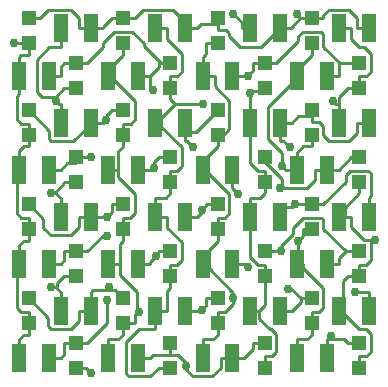
<source format=gtl>
G04 (created by PCBNEW (2013-mar-13)-testing) date Tue 16 Sep 2014 11:53:17 AM PDT*
%MOIN*%
G04 Gerber Fmt 3.4, Leading zero omitted, Abs format*
%FSLAX34Y34*%
G01*
G70*
G90*
G04 APERTURE LIST*
%ADD10C,0.005906*%
%ADD11R,0.047200X0.047200*%
%ADD12R,0.050197X0.094488*%
%ADD13C,0.030000*%
%ADD14C,0.009000*%
G04 APERTURE END LIST*
G54D10*
G54D11*
X31810Y-32102D03*
X31810Y-31276D03*
X28660Y-32102D03*
X28660Y-31276D03*
X25512Y-32102D03*
X25512Y-31276D03*
X22362Y-32102D03*
X22362Y-31276D03*
X30235Y-30612D03*
X30235Y-29786D03*
X27087Y-30612D03*
X27087Y-29786D03*
X23937Y-30612D03*
X23937Y-29786D03*
X20787Y-30612D03*
X20787Y-29786D03*
X31810Y-29043D03*
X31810Y-28217D03*
X28660Y-29043D03*
X28660Y-28217D03*
X25512Y-29043D03*
X25512Y-28217D03*
X22362Y-29043D03*
X22362Y-28217D03*
X30235Y-27475D03*
X30235Y-26649D03*
X27087Y-27475D03*
X27087Y-26649D03*
X23937Y-27475D03*
X23937Y-26649D03*
X20787Y-27475D03*
X20787Y-26649D03*
X31810Y-25905D03*
X31810Y-25079D03*
X28660Y-25905D03*
X28660Y-25079D03*
X25512Y-25905D03*
X25512Y-25079D03*
X22362Y-25905D03*
X22362Y-25079D03*
X30235Y-24338D03*
X30235Y-23512D03*
X27087Y-24338D03*
X27087Y-23512D03*
X23937Y-24338D03*
X23937Y-23512D03*
X20787Y-24338D03*
X20787Y-23512D03*
X31810Y-22768D03*
X31810Y-21942D03*
X28660Y-22768D03*
X28660Y-21942D03*
X25512Y-22768D03*
X25512Y-21942D03*
X22362Y-22768D03*
X22362Y-21942D03*
X30235Y-21278D03*
X30235Y-20452D03*
X27087Y-21278D03*
X27087Y-20452D03*
X23937Y-21278D03*
X23937Y-20452D03*
X20787Y-21278D03*
X20787Y-20452D03*
G54D12*
X21864Y-20787D03*
X22859Y-20787D03*
X25014Y-20787D03*
X26009Y-20787D03*
X28163Y-20787D03*
X29158Y-20787D03*
X31136Y-20787D03*
X32130Y-20787D03*
X20467Y-22355D03*
X21461Y-22355D03*
X23439Y-22355D03*
X24434Y-22355D03*
X26589Y-22355D03*
X27584Y-22355D03*
X29738Y-22355D03*
X30733Y-22355D03*
X21864Y-23925D03*
X22859Y-23925D03*
X25014Y-23925D03*
X26009Y-23925D03*
X28163Y-23925D03*
X29158Y-23925D03*
X31136Y-23925D03*
X32130Y-23925D03*
X20467Y-25492D03*
X21461Y-25492D03*
X23439Y-25492D03*
X24434Y-25492D03*
X26589Y-25492D03*
X27584Y-25492D03*
X29738Y-25492D03*
X30733Y-25492D03*
X21864Y-27062D03*
X22859Y-27062D03*
X25014Y-27062D03*
X26009Y-27062D03*
X28163Y-27062D03*
X29158Y-27062D03*
X31136Y-27062D03*
X32130Y-27062D03*
X20467Y-28630D03*
X21461Y-28630D03*
X23439Y-28630D03*
X24434Y-28630D03*
X26589Y-28630D03*
X27584Y-28630D03*
X29738Y-28630D03*
X30733Y-28630D03*
X21864Y-30199D03*
X22859Y-30199D03*
X25014Y-30199D03*
X26009Y-30199D03*
X28163Y-30199D03*
X29158Y-30199D03*
X31136Y-30199D03*
X32130Y-30199D03*
X20467Y-31767D03*
X21461Y-31767D03*
X23439Y-31767D03*
X24434Y-31767D03*
X26589Y-31767D03*
X27584Y-31767D03*
X29738Y-31767D03*
X30733Y-31767D03*
G54D13*
X26555Y-26836D03*
X29661Y-26649D03*
X23414Y-27062D03*
X26597Y-23307D03*
X27617Y-20315D03*
X28171Y-22940D03*
X22855Y-25080D03*
X27764Y-26295D03*
X29181Y-26101D03*
X24980Y-25424D03*
X20293Y-21278D03*
X24942Y-22828D03*
X28088Y-22355D03*
X29780Y-27860D03*
X29235Y-25367D03*
X30932Y-23192D03*
X32320Y-27836D03*
X29428Y-29461D03*
X31665Y-29581D03*
X26555Y-30161D03*
X23474Y-29419D03*
X22852Y-32276D03*
X21540Y-29415D03*
X21540Y-26277D03*
X21686Y-23201D03*
X24466Y-30230D03*
X26043Y-32053D03*
X30871Y-31038D03*
X23405Y-29838D03*
X27617Y-29773D03*
X28087Y-28749D03*
X25021Y-28374D03*
X29185Y-28217D03*
X23416Y-27696D03*
X23373Y-23851D03*
X26266Y-24728D03*
X29487Y-24749D03*
X29746Y-20319D03*
G54D14*
X29158Y-27062D02*
X29158Y-26753D01*
X21278Y-27140D02*
X20787Y-26649D01*
X21278Y-27428D02*
X21278Y-27140D01*
X21530Y-27679D02*
X21278Y-27428D01*
X22191Y-27679D02*
X21530Y-27679D01*
X22462Y-27408D02*
X22191Y-27679D01*
X22462Y-27062D02*
X22462Y-27408D01*
X22753Y-27062D02*
X22462Y-27062D01*
X22753Y-27062D02*
X22859Y-27062D01*
X26009Y-27062D02*
X26405Y-27062D01*
X27087Y-26649D02*
X26705Y-26649D01*
X26555Y-26911D02*
X26555Y-26836D01*
X26405Y-27062D02*
X26555Y-26911D01*
X26705Y-26685D02*
X26705Y-26649D01*
X26555Y-26836D02*
X26705Y-26685D01*
X22859Y-27062D02*
X23255Y-27062D01*
X23255Y-27062D02*
X23414Y-27062D01*
X23555Y-26921D02*
X23555Y-26649D01*
X23414Y-27062D02*
X23555Y-26921D01*
X23937Y-26649D02*
X23555Y-26649D01*
X32192Y-26382D02*
X32130Y-26444D01*
X32192Y-25608D02*
X32192Y-26382D01*
X32108Y-25524D02*
X32192Y-25608D01*
X31498Y-25524D02*
X32108Y-25524D01*
X31366Y-25656D02*
X31498Y-25524D01*
X31366Y-25899D02*
X31366Y-25656D01*
X30617Y-26649D02*
X31366Y-25899D01*
X30235Y-26649D02*
X30617Y-26649D01*
X32130Y-27062D02*
X32130Y-26444D01*
X30235Y-26649D02*
X29854Y-26649D01*
X29557Y-26753D02*
X29661Y-26649D01*
X29158Y-26753D02*
X29557Y-26753D01*
X29661Y-26649D02*
X29854Y-26649D01*
X25354Y-26444D02*
X25512Y-26287D01*
X25014Y-26444D02*
X25354Y-26444D01*
X25512Y-25905D02*
X25512Y-26287D01*
X25014Y-23925D02*
X25213Y-23925D01*
X24847Y-32385D02*
X25130Y-32102D01*
X24122Y-32385D02*
X24847Y-32385D01*
X24037Y-32301D02*
X24122Y-32385D01*
X24037Y-31233D02*
X24037Y-32301D01*
X24454Y-30816D02*
X24037Y-31233D01*
X25014Y-30816D02*
X24454Y-30816D01*
X25014Y-30199D02*
X25014Y-30816D01*
X25512Y-32102D02*
X25130Y-32102D01*
X25014Y-30199D02*
X25411Y-30199D01*
X25411Y-29526D02*
X25411Y-30199D01*
X25512Y-29425D02*
X25411Y-29526D01*
X25512Y-29043D02*
X25512Y-29425D01*
X25014Y-27003D02*
X25014Y-26444D01*
X25744Y-25524D02*
X25512Y-25524D01*
X25893Y-25376D02*
X25744Y-25524D01*
X25893Y-24747D02*
X25893Y-25376D01*
X25213Y-24067D02*
X25893Y-24747D01*
X25213Y-23925D02*
X25213Y-24067D01*
X25512Y-25905D02*
X25512Y-25524D01*
X25512Y-22768D02*
X25512Y-23150D01*
X25750Y-22387D02*
X25512Y-22387D01*
X25893Y-22245D02*
X25750Y-22387D01*
X25893Y-21632D02*
X25893Y-22245D01*
X25411Y-21150D02*
X25893Y-21632D01*
X25411Y-20787D02*
X25411Y-21150D01*
X25014Y-20787D02*
X25411Y-20787D01*
X25512Y-22768D02*
X25512Y-22387D01*
X25213Y-23777D02*
X25676Y-23314D01*
X25213Y-23925D02*
X25213Y-23777D01*
X25676Y-23314D02*
X25512Y-23150D01*
X25682Y-23307D02*
X26597Y-23307D01*
X25676Y-23314D02*
X25682Y-23307D01*
X25512Y-29043D02*
X25512Y-28662D01*
X25014Y-27003D02*
X25014Y-27062D01*
X25750Y-28662D02*
X25512Y-28662D01*
X25893Y-28520D02*
X25750Y-28662D01*
X25893Y-27911D02*
X25893Y-28520D01*
X25411Y-27429D02*
X25893Y-27911D01*
X25411Y-27062D02*
X25411Y-27429D01*
X25014Y-27062D02*
X25411Y-27062D01*
X27885Y-20583D02*
X27885Y-20787D01*
X27617Y-20315D02*
X27885Y-20583D01*
X28660Y-28996D02*
X28660Y-28662D01*
X28163Y-28404D02*
X28163Y-27062D01*
X28422Y-28662D02*
X28163Y-28404D01*
X28660Y-28662D02*
X28422Y-28662D01*
X28503Y-26444D02*
X28163Y-26444D01*
X28660Y-26287D02*
X28503Y-26444D01*
X28660Y-25905D02*
X28660Y-26287D01*
X28163Y-27062D02*
X28163Y-26444D01*
X28163Y-30199D02*
X28467Y-30199D01*
X28660Y-32102D02*
X28660Y-31721D01*
X28660Y-28996D02*
X28660Y-29043D01*
X28660Y-30008D02*
X28470Y-30199D01*
X28660Y-29043D02*
X28660Y-30008D01*
X28467Y-30199D02*
X28470Y-30199D01*
X28899Y-31721D02*
X28660Y-31721D01*
X29042Y-31578D02*
X28899Y-31721D01*
X29042Y-30977D02*
X29042Y-31578D01*
X28881Y-30816D02*
X29042Y-30977D01*
X28827Y-30816D02*
X28881Y-30816D01*
X28470Y-30458D02*
X28827Y-30816D01*
X28470Y-30199D02*
X28470Y-30458D01*
X28660Y-25905D02*
X28660Y-25524D01*
X28024Y-20787D02*
X28163Y-20787D01*
X28163Y-25266D02*
X28163Y-23925D01*
X28422Y-25524D02*
X28163Y-25266D01*
X28660Y-25524D02*
X28422Y-25524D01*
X28024Y-20787D02*
X27885Y-20787D01*
X28660Y-22768D02*
X28660Y-22872D01*
X28239Y-22872D02*
X28171Y-22940D01*
X28660Y-22872D02*
X28239Y-22872D01*
X28163Y-22948D02*
X28163Y-23925D01*
X28171Y-22940D02*
X28163Y-22948D01*
X31542Y-25080D02*
X31129Y-25492D01*
X31620Y-25080D02*
X31542Y-25080D01*
X30733Y-25492D02*
X31129Y-25492D01*
X31715Y-25080D02*
X31620Y-25080D01*
X31715Y-25080D02*
X31810Y-25080D01*
X28660Y-25080D02*
X28660Y-25175D01*
X30733Y-25492D02*
X30336Y-25492D01*
X22362Y-25080D02*
X22362Y-25270D01*
X22080Y-25270D02*
X21857Y-25492D01*
X22362Y-25270D02*
X22080Y-25270D01*
X21461Y-25492D02*
X21857Y-25492D01*
X22362Y-25080D02*
X22743Y-25080D01*
X27584Y-25492D02*
X27584Y-26110D01*
X27584Y-26114D02*
X27764Y-26295D01*
X27584Y-26110D02*
X27584Y-26114D01*
X28660Y-25227D02*
X28660Y-25175D01*
X29250Y-25816D02*
X28660Y-25227D01*
X29250Y-26032D02*
X29250Y-25816D01*
X29181Y-26101D02*
X29250Y-26032D01*
X30336Y-25839D02*
X30336Y-25492D01*
X30062Y-26114D02*
X30336Y-25839D01*
X29332Y-26114D02*
X30062Y-26114D01*
X29250Y-26032D02*
X29332Y-26114D01*
X22743Y-25080D02*
X22855Y-25080D01*
X25512Y-25080D02*
X25130Y-25080D01*
X24434Y-25492D02*
X24830Y-25492D01*
X24899Y-25424D02*
X24980Y-25424D01*
X24830Y-25492D02*
X24899Y-25424D01*
X24980Y-25230D02*
X25130Y-25080D01*
X24980Y-25424D02*
X24980Y-25230D01*
X20624Y-30993D02*
X20787Y-30993D01*
X20467Y-31150D02*
X20624Y-30993D01*
X20467Y-31767D02*
X20467Y-31150D01*
X20787Y-30612D02*
X20787Y-30993D01*
X20624Y-27856D02*
X20787Y-27856D01*
X20467Y-28013D02*
X20624Y-27856D01*
X20787Y-27475D02*
X20787Y-27856D01*
X20623Y-24719D02*
X20787Y-24719D01*
X20467Y-24875D02*
X20623Y-24719D01*
X20787Y-24337D02*
X20787Y-24719D01*
X20467Y-25492D02*
X20467Y-25184D01*
X20467Y-25184D02*
X20467Y-24875D01*
X20787Y-27475D02*
X20787Y-27093D01*
X20467Y-28630D02*
X20467Y-28322D01*
X20467Y-28322D02*
X20467Y-28013D01*
X20548Y-30230D02*
X20787Y-30230D01*
X20405Y-30088D02*
X20548Y-30230D01*
X20405Y-28383D02*
X20405Y-30088D01*
X20467Y-28322D02*
X20405Y-28383D01*
X20787Y-30612D02*
X20787Y-30230D01*
X20548Y-23956D02*
X20787Y-23956D01*
X20405Y-23814D02*
X20548Y-23956D01*
X20405Y-23035D02*
X20405Y-23814D01*
X20467Y-22973D02*
X20405Y-23035D01*
X20467Y-22355D02*
X20467Y-22973D01*
X20787Y-24337D02*
X20787Y-23956D01*
X20546Y-21659D02*
X20467Y-21738D01*
X20787Y-21659D02*
X20546Y-21659D01*
X20467Y-22355D02*
X20467Y-21738D01*
X20548Y-27093D02*
X20787Y-27093D01*
X20405Y-26951D02*
X20548Y-27093D01*
X20405Y-25245D02*
X20405Y-26951D01*
X20467Y-25184D02*
X20405Y-25245D01*
X20787Y-21278D02*
X20787Y-21659D01*
X20787Y-21278D02*
X20405Y-21278D01*
X20405Y-21278D02*
X20293Y-21278D01*
X30733Y-22355D02*
X31129Y-22355D01*
X21461Y-22355D02*
X21857Y-22355D01*
X21857Y-22066D02*
X21980Y-21942D01*
X21857Y-22355D02*
X21857Y-22066D01*
X22362Y-21942D02*
X21980Y-21942D01*
X25130Y-22055D02*
X25130Y-21942D01*
X24830Y-22355D02*
X25130Y-22055D01*
X24434Y-22355D02*
X24830Y-22355D01*
X25321Y-21942D02*
X25190Y-21942D01*
X25190Y-21942D02*
X25130Y-21942D01*
X25512Y-21942D02*
X25321Y-21942D01*
X23275Y-21410D02*
X22743Y-21942D01*
X23275Y-21261D02*
X23275Y-21410D01*
X23639Y-20897D02*
X23275Y-21261D01*
X24233Y-20897D02*
X23639Y-20897D01*
X24618Y-21282D02*
X24233Y-20897D01*
X24618Y-21371D02*
X24618Y-21282D01*
X25190Y-21942D02*
X24618Y-21371D01*
X22362Y-21942D02*
X22743Y-21942D01*
X24830Y-22715D02*
X24942Y-22828D01*
X24830Y-22355D02*
X24830Y-22715D01*
X31810Y-21942D02*
X31620Y-21942D01*
X27584Y-22355D02*
X27980Y-22355D01*
X31154Y-21941D02*
X31154Y-21942D01*
X30617Y-21404D02*
X31154Y-21941D01*
X30617Y-20977D02*
X30617Y-21404D01*
X30537Y-20897D02*
X30617Y-20977D01*
X29929Y-20897D02*
X30537Y-20897D01*
X29778Y-21048D02*
X29929Y-20897D01*
X29778Y-21206D02*
X29778Y-21048D01*
X29042Y-21942D02*
X29778Y-21206D01*
X31620Y-21942D02*
X31154Y-21942D01*
X31129Y-21967D02*
X31129Y-22355D01*
X31154Y-21942D02*
X31129Y-21967D01*
X28660Y-21942D02*
X29042Y-21942D01*
X27980Y-22355D02*
X28088Y-22355D01*
X28279Y-22164D02*
X28279Y-21942D01*
X28088Y-22355D02*
X28279Y-22164D01*
X28660Y-21942D02*
X28279Y-21942D01*
X30078Y-31150D02*
X30235Y-30993D01*
X29738Y-31150D02*
X30078Y-31150D01*
X29738Y-31767D02*
X29738Y-31150D01*
X30235Y-30802D02*
X30235Y-30993D01*
X30235Y-30802D02*
X30235Y-30612D01*
X30474Y-30230D02*
X30235Y-30230D01*
X30617Y-30088D02*
X30474Y-30230D01*
X30617Y-29453D02*
X30617Y-30088D01*
X29937Y-28773D02*
X30617Y-29453D01*
X29937Y-28630D02*
X29937Y-28773D01*
X30235Y-30612D02*
X30235Y-30230D01*
X29738Y-28630D02*
X29837Y-28630D01*
X29837Y-28630D02*
X29937Y-28630D01*
X29778Y-28571D02*
X29778Y-27858D01*
X29837Y-28630D02*
X29778Y-28571D01*
X30235Y-27475D02*
X29941Y-27475D01*
X29941Y-27695D02*
X29941Y-27475D01*
X29778Y-27858D02*
X29941Y-27695D01*
X30235Y-24337D02*
X30235Y-24719D01*
X29778Y-27858D02*
X29780Y-27860D01*
X29738Y-25492D02*
X29342Y-25492D01*
X29738Y-25492D02*
X29738Y-24922D01*
X29942Y-24719D02*
X30235Y-24719D01*
X29738Y-24922D02*
X29942Y-24719D01*
X29342Y-25475D02*
X29235Y-25367D01*
X29342Y-25492D02*
X29342Y-25475D01*
X29738Y-22355D02*
X29802Y-22355D01*
X29235Y-24954D02*
X29235Y-25367D01*
X28761Y-24480D02*
X29235Y-24954D01*
X28761Y-23388D02*
X28761Y-24480D01*
X29794Y-22355D02*
X28761Y-23388D01*
X29802Y-22355D02*
X29794Y-22355D01*
X29802Y-22093D02*
X30235Y-21659D01*
X29802Y-22355D02*
X29802Y-22093D01*
X30235Y-21278D02*
X30235Y-21659D01*
X31810Y-29043D02*
X31810Y-28662D01*
X31136Y-30199D02*
X31284Y-30199D01*
X31810Y-29043D02*
X31429Y-29043D01*
X31810Y-22768D02*
X31429Y-22768D01*
X32049Y-22387D02*
X31810Y-22387D01*
X32192Y-22245D02*
X32049Y-22387D01*
X32192Y-21623D02*
X32192Y-22245D01*
X31973Y-21404D02*
X32192Y-21623D01*
X31808Y-21404D02*
X31973Y-21404D01*
X31532Y-21128D02*
X31808Y-21404D01*
X31532Y-20787D02*
X31532Y-21128D01*
X31136Y-20787D02*
X31532Y-20787D01*
X31810Y-22768D02*
X31810Y-22387D01*
X31284Y-29189D02*
X31284Y-30199D01*
X31429Y-29043D02*
X31284Y-29189D01*
X32049Y-31721D02*
X31810Y-31721D01*
X32192Y-31578D02*
X32049Y-31721D01*
X32192Y-30957D02*
X32192Y-31578D01*
X32050Y-30816D02*
X32192Y-30957D01*
X31815Y-30816D02*
X32050Y-30816D01*
X31284Y-30285D02*
X31815Y-30816D01*
X31284Y-30199D02*
X31284Y-30285D01*
X31810Y-32102D02*
X31810Y-31721D01*
X31136Y-27062D02*
X31334Y-27062D01*
X31334Y-27062D02*
X31532Y-27062D01*
X31334Y-26763D02*
X31810Y-26287D01*
X31334Y-27062D02*
X31334Y-26763D01*
X31810Y-25905D02*
X31810Y-26287D01*
X32049Y-28662D02*
X31810Y-28662D01*
X32208Y-28503D02*
X32049Y-28662D01*
X32208Y-27836D02*
X32208Y-28503D01*
X31532Y-27403D02*
X31532Y-27062D01*
X31965Y-27836D02*
X31532Y-27403D01*
X32208Y-27836D02*
X31965Y-27836D01*
X32208Y-27836D02*
X32320Y-27836D01*
X31136Y-23925D02*
X31136Y-23307D01*
X31047Y-23307D02*
X31136Y-23307D01*
X30932Y-23192D02*
X31047Y-23307D01*
X31136Y-23062D02*
X31429Y-22768D01*
X31136Y-23307D02*
X31136Y-23062D01*
X29854Y-29898D02*
X29854Y-29786D01*
X29554Y-30199D02*
X29854Y-29898D01*
X29158Y-30199D02*
X29554Y-30199D01*
X30235Y-29786D02*
X29854Y-29786D01*
X29530Y-29461D02*
X29428Y-29461D01*
X29854Y-29786D02*
X29530Y-29461D01*
X32130Y-30199D02*
X32130Y-29581D01*
X32130Y-29581D02*
X31665Y-29581D01*
X22859Y-30199D02*
X22859Y-29581D01*
X22462Y-30545D02*
X22462Y-30199D01*
X22191Y-30816D02*
X22462Y-30545D01*
X21525Y-30816D02*
X22191Y-30816D01*
X21431Y-30721D02*
X21525Y-30816D01*
X21431Y-30430D02*
X21431Y-30721D01*
X20787Y-29786D02*
X21431Y-30430D01*
X22859Y-30199D02*
X22462Y-30199D01*
X26009Y-30199D02*
X26405Y-30199D01*
X26517Y-30199D02*
X26555Y-30161D01*
X26405Y-30199D02*
X26517Y-30199D01*
X26705Y-30011D02*
X26705Y-29786D01*
X26555Y-30161D02*
X26705Y-30011D01*
X27087Y-29786D02*
X26705Y-29786D01*
X23474Y-29509D02*
X23474Y-29419D01*
X22930Y-29509D02*
X23474Y-29509D01*
X22859Y-29581D02*
X22930Y-29509D01*
X23660Y-29509D02*
X23937Y-29786D01*
X23474Y-29509D02*
X23660Y-29509D01*
X22362Y-29043D02*
X21980Y-29043D01*
X22362Y-32102D02*
X22743Y-32102D01*
X22743Y-32166D02*
X22852Y-32276D01*
X22743Y-32102D02*
X22743Y-32166D01*
X21864Y-30199D02*
X21864Y-29581D01*
X21749Y-29415D02*
X21540Y-29415D01*
X21749Y-29274D02*
X21749Y-29415D01*
X21980Y-29043D02*
X21749Y-29274D01*
X21749Y-29466D02*
X21864Y-29581D01*
X21749Y-29415D02*
X21749Y-29466D01*
X21864Y-27062D02*
X21864Y-26444D01*
X22362Y-22768D02*
X21980Y-22768D01*
X21864Y-20787D02*
X21864Y-21404D01*
X21980Y-22768D02*
X21686Y-23063D01*
X21482Y-21404D02*
X21864Y-21404D01*
X21059Y-21827D02*
X21482Y-21404D01*
X21059Y-22902D02*
X21059Y-21827D01*
X21220Y-23063D02*
X21059Y-22902D01*
X21686Y-23063D02*
X21220Y-23063D01*
X21686Y-23201D02*
X21686Y-23063D01*
X21792Y-23307D02*
X21686Y-23201D01*
X21864Y-23307D02*
X21792Y-23307D01*
X21686Y-23201D02*
X21686Y-23201D01*
X21864Y-23925D02*
X21864Y-23307D01*
X21864Y-26444D02*
X21675Y-26255D01*
X21653Y-26277D02*
X21675Y-26255D01*
X21540Y-26277D02*
X21653Y-26277D01*
X21980Y-25950D02*
X21980Y-25905D01*
X21675Y-26255D02*
X21980Y-25950D01*
X22362Y-25905D02*
X21980Y-25905D01*
X23937Y-30612D02*
X24318Y-30612D01*
X23779Y-31150D02*
X23937Y-30993D01*
X23439Y-31150D02*
X23779Y-31150D01*
X23937Y-30612D02*
X23937Y-30993D01*
X23439Y-31767D02*
X23439Y-31150D01*
X23439Y-22355D02*
X23638Y-22355D01*
X23638Y-21958D02*
X23937Y-21659D01*
X23638Y-22355D02*
X23638Y-21958D01*
X23937Y-21278D02*
X23937Y-21659D01*
X23638Y-22515D02*
X23638Y-22355D01*
X24327Y-23205D02*
X23638Y-22515D01*
X24327Y-23814D02*
X24327Y-23205D01*
X24185Y-23956D02*
X24327Y-23814D01*
X23937Y-23956D02*
X24185Y-23956D01*
X23937Y-24337D02*
X23937Y-23956D01*
X23439Y-25492D02*
X23753Y-25492D01*
X23937Y-27475D02*
X23937Y-27093D01*
X23753Y-25745D02*
X23753Y-25492D01*
X24318Y-26309D02*
X23753Y-25745D01*
X24318Y-26950D02*
X24318Y-26309D01*
X24175Y-27093D02*
X24318Y-26950D01*
X23937Y-27093D02*
X24175Y-27093D01*
X23753Y-24902D02*
X23937Y-24719D01*
X23753Y-25492D02*
X23753Y-24902D01*
X23937Y-24337D02*
X23937Y-24719D01*
X23439Y-28630D02*
X23836Y-28630D01*
X24392Y-30230D02*
X24466Y-30230D01*
X24318Y-30304D02*
X24392Y-30230D01*
X24318Y-30612D02*
X24318Y-30304D01*
X23836Y-29005D02*
X23836Y-28630D01*
X24392Y-29562D02*
X23836Y-29005D01*
X24392Y-30230D02*
X24392Y-29562D01*
X23836Y-27957D02*
X23937Y-27856D01*
X23836Y-28630D02*
X23836Y-27957D01*
X23937Y-27475D02*
X23937Y-27856D01*
X25512Y-31276D02*
X25512Y-31657D01*
X27584Y-31767D02*
X27187Y-31767D01*
X24940Y-31657D02*
X25512Y-31657D01*
X24830Y-31767D02*
X24940Y-31657D01*
X24434Y-31767D02*
X24830Y-31767D01*
X27584Y-31767D02*
X27980Y-31767D01*
X30733Y-31767D02*
X30733Y-31150D01*
X31810Y-31276D02*
X31429Y-31276D01*
X26043Y-32164D02*
X26043Y-32053D01*
X26265Y-32385D02*
X26043Y-32164D01*
X26916Y-32385D02*
X26265Y-32385D01*
X27187Y-32114D02*
X26916Y-32385D01*
X27187Y-31767D02*
X27187Y-32114D01*
X25759Y-31657D02*
X25512Y-31657D01*
X26043Y-31941D02*
X25759Y-31657D01*
X26043Y-32053D02*
X26043Y-31941D01*
X30733Y-31150D02*
X30871Y-31150D01*
X31304Y-31150D02*
X31429Y-31276D01*
X30871Y-31150D02*
X31304Y-31150D01*
X30871Y-31150D02*
X30871Y-31038D01*
X21980Y-31644D02*
X21857Y-31767D01*
X21980Y-31276D02*
X21980Y-31644D01*
X21461Y-31767D02*
X21857Y-31767D01*
X22362Y-31276D02*
X21980Y-31276D01*
X23405Y-30613D02*
X22743Y-31276D01*
X23405Y-29838D02*
X23405Y-30613D01*
X22362Y-31276D02*
X22743Y-31276D01*
X28279Y-31468D02*
X27980Y-31767D01*
X28279Y-31276D02*
X28279Y-31468D01*
X28660Y-31276D02*
X28279Y-31276D01*
X26705Y-21622D02*
X26705Y-21278D01*
X26589Y-21738D02*
X26705Y-21622D01*
X26589Y-22355D02*
X26589Y-21738D01*
X27087Y-21278D02*
X26705Y-21278D01*
X26589Y-25492D02*
X26675Y-25492D01*
X26675Y-25130D02*
X26675Y-25492D01*
X27087Y-24719D02*
X26675Y-25130D01*
X27325Y-27093D02*
X27087Y-27093D01*
X27468Y-26951D02*
X27325Y-27093D01*
X27468Y-26307D02*
X27468Y-26951D01*
X26675Y-25514D02*
X27468Y-26307D01*
X26675Y-25492D02*
X26675Y-25514D01*
X27087Y-27475D02*
X27087Y-27093D01*
X26929Y-31150D02*
X27087Y-30993D01*
X26589Y-31150D02*
X26929Y-31150D01*
X27087Y-30612D02*
X27087Y-30993D01*
X26589Y-31767D02*
X26589Y-31150D01*
X26589Y-28630D02*
X26788Y-28630D01*
X27087Y-30612D02*
X27087Y-30230D01*
X27617Y-29955D02*
X27617Y-29773D01*
X27342Y-30230D02*
X27617Y-29955D01*
X27087Y-30230D02*
X27342Y-30230D01*
X26788Y-28784D02*
X26788Y-28630D01*
X27617Y-29614D02*
X26788Y-28784D01*
X27617Y-29773D02*
X27617Y-29614D01*
X26788Y-28155D02*
X27087Y-27856D01*
X26788Y-28630D02*
X26788Y-28155D01*
X27087Y-27475D02*
X27087Y-27856D01*
X27087Y-24337D02*
X27087Y-24528D01*
X27087Y-24528D02*
X27087Y-24719D01*
X26986Y-22713D02*
X26986Y-22355D01*
X27484Y-23211D02*
X26986Y-22713D01*
X27484Y-24131D02*
X27484Y-23211D01*
X27087Y-24528D02*
X27484Y-24131D01*
X26589Y-22355D02*
X26986Y-22355D01*
X27584Y-28630D02*
X27980Y-28630D01*
X27980Y-28641D02*
X28087Y-28749D01*
X27980Y-28630D02*
X27980Y-28641D01*
X30733Y-28630D02*
X31129Y-28630D01*
X25512Y-28217D02*
X25130Y-28217D01*
X28660Y-28217D02*
X29042Y-28217D01*
X31810Y-28217D02*
X31477Y-28217D01*
X31129Y-28449D02*
X31361Y-28217D01*
X31129Y-28630D02*
X31129Y-28449D01*
X31477Y-28217D02*
X31361Y-28217D01*
X25021Y-28327D02*
X25021Y-28374D01*
X25130Y-28217D02*
X25021Y-28327D01*
X24830Y-28565D02*
X24830Y-28630D01*
X25021Y-28374D02*
X24830Y-28565D01*
X29042Y-28217D02*
X29185Y-28217D01*
X30617Y-27474D02*
X31361Y-28217D01*
X30617Y-27155D02*
X30617Y-27474D01*
X30555Y-27093D02*
X30617Y-27155D01*
X29925Y-27093D02*
X30555Y-27093D01*
X29585Y-27433D02*
X29925Y-27093D01*
X29585Y-27637D02*
X29585Y-27433D01*
X29185Y-28037D02*
X29585Y-27637D01*
X29185Y-28217D02*
X29185Y-28037D01*
X21980Y-28507D02*
X21857Y-28630D01*
X21980Y-28217D02*
X21980Y-28507D01*
X21461Y-28630D02*
X21857Y-28630D01*
X22362Y-28217D02*
X21980Y-28217D01*
X24434Y-28630D02*
X24830Y-28630D01*
X23264Y-27696D02*
X22743Y-28217D01*
X23416Y-27696D02*
X23264Y-27696D01*
X22362Y-28217D02*
X22743Y-28217D01*
X23937Y-23512D02*
X23555Y-23512D01*
X22859Y-23925D02*
X22900Y-23925D01*
X22900Y-23925D02*
X23255Y-23925D01*
X21468Y-24193D02*
X20787Y-23512D01*
X21468Y-24481D02*
X21468Y-24193D01*
X21530Y-24542D02*
X21468Y-24481D01*
X22282Y-24542D02*
X21530Y-24542D01*
X22900Y-23925D02*
X22282Y-24542D01*
X23373Y-23694D02*
X23555Y-23512D01*
X23373Y-23851D02*
X23373Y-23694D01*
X23328Y-23851D02*
X23255Y-23925D01*
X23373Y-23851D02*
X23328Y-23851D01*
X30474Y-23893D02*
X30235Y-23893D01*
X30617Y-24035D02*
X30474Y-23893D01*
X30617Y-24349D02*
X30617Y-24035D01*
X30817Y-24549D02*
X30617Y-24349D01*
X31456Y-24549D02*
X30817Y-24549D01*
X31734Y-24271D02*
X31456Y-24549D01*
X31734Y-23925D02*
X31734Y-24271D01*
X32130Y-23925D02*
X31734Y-23925D01*
X26080Y-24542D02*
X26009Y-24542D01*
X26266Y-24728D02*
X26080Y-24542D01*
X26009Y-23925D02*
X26009Y-24233D01*
X26009Y-24233D02*
X26009Y-24542D01*
X26365Y-24233D02*
X27087Y-23512D01*
X26009Y-24233D02*
X26365Y-24233D01*
X30235Y-23512D02*
X30235Y-23702D01*
X30235Y-23702D02*
X30235Y-23893D01*
X29776Y-23702D02*
X29554Y-23925D01*
X30235Y-23702D02*
X29776Y-23702D01*
X29158Y-23925D02*
X29554Y-23925D01*
X29280Y-24542D02*
X29158Y-24542D01*
X29487Y-24749D02*
X29280Y-24542D01*
X29158Y-23925D02*
X29158Y-24542D01*
X30235Y-20452D02*
X29854Y-20452D01*
X30617Y-20346D02*
X30617Y-20452D01*
X30794Y-20169D02*
X30617Y-20346D01*
X31463Y-20169D02*
X30794Y-20169D01*
X31734Y-20440D02*
X31463Y-20169D01*
X31734Y-20787D02*
X31734Y-20440D01*
X32130Y-20787D02*
X31734Y-20787D01*
X30235Y-20452D02*
X30617Y-20452D01*
X22462Y-20440D02*
X22462Y-20787D01*
X22191Y-20169D02*
X22462Y-20440D01*
X21451Y-20169D02*
X22191Y-20169D01*
X21168Y-20452D02*
X21451Y-20169D01*
X20787Y-20452D02*
X21168Y-20452D01*
X22661Y-20787D02*
X22462Y-20787D01*
X22661Y-20787D02*
X22859Y-20787D01*
X23255Y-20753D02*
X23555Y-20452D01*
X23255Y-20787D02*
X23255Y-20753D01*
X23937Y-20452D02*
X23555Y-20452D01*
X22859Y-20787D02*
X23255Y-20787D01*
X29854Y-20452D02*
X29832Y-20452D01*
X29554Y-20731D02*
X29554Y-20787D01*
X29832Y-20452D02*
X29554Y-20731D01*
X29832Y-20405D02*
X29746Y-20319D01*
X29832Y-20452D02*
X29832Y-20405D01*
X29232Y-20787D02*
X29554Y-20787D01*
X29164Y-20787D02*
X29232Y-20787D01*
X29158Y-20787D02*
X29161Y-20787D01*
X29161Y-20787D02*
X29164Y-20787D01*
X27358Y-20833D02*
X27087Y-20833D01*
X27468Y-20943D02*
X27358Y-20833D01*
X27468Y-21052D02*
X27468Y-20943D01*
X27820Y-21404D02*
X27468Y-21052D01*
X28543Y-21404D02*
X27820Y-21404D01*
X29161Y-20787D02*
X28543Y-21404D01*
X27087Y-20452D02*
X27087Y-20643D01*
X27087Y-20643D02*
X27087Y-20833D01*
X26548Y-20643D02*
X26405Y-20787D01*
X27087Y-20643D02*
X26548Y-20643D01*
X26009Y-20787D02*
X26207Y-20787D01*
X26207Y-20787D02*
X26405Y-20787D01*
X24601Y-20169D02*
X24318Y-20452D01*
X25589Y-20169D02*
X24601Y-20169D01*
X26207Y-20787D02*
X25589Y-20169D01*
X23937Y-20452D02*
X24318Y-20452D01*
M02*

</source>
